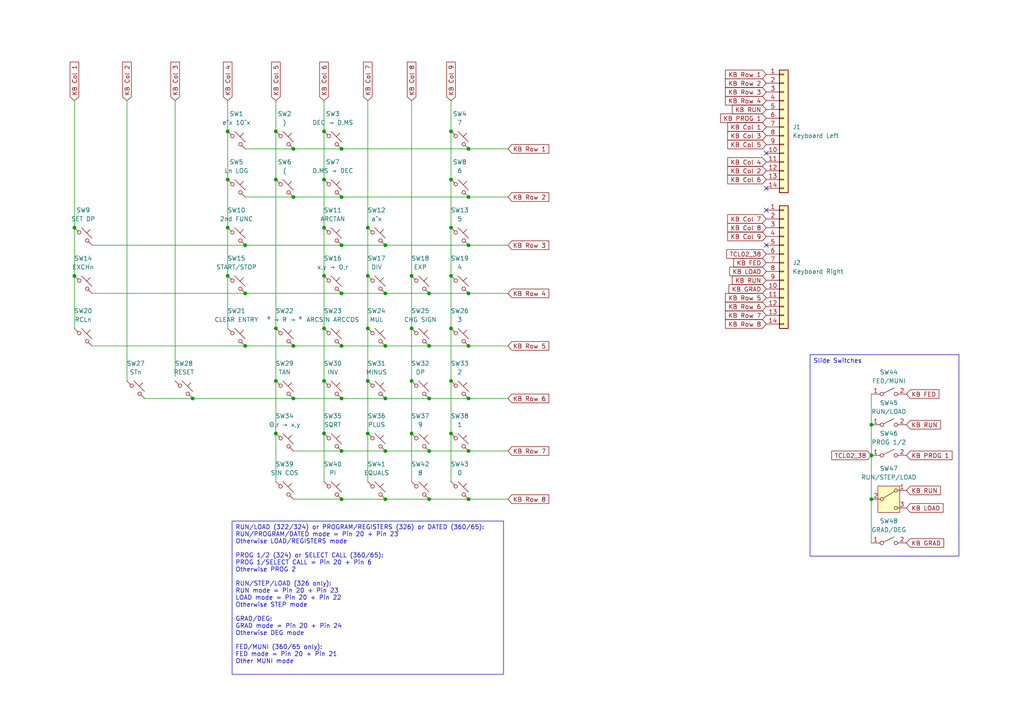
<source format=kicad_sch>
(kicad_sch (version 20250114) (generator "eeschema") (generator_version "9.0")
  (paper "A4")
  (title_block (title "Compucorp 300-Series Calculator Keyboard") (date "3/FEB/2026") (rev "WIP") (company "Brett Hallen"))
  (lib_symbols
    (symbol "Connector_Generic:Conn_01x14" (pin_names (offset 1.016) (hide yes))
      (property "Reference" "J" (at 0 17.78 0))
      (property "Value" "Conn_01x14" (at 0 -20.32 0))
      (symbol "Conn_01x14_1_1"
        (rectangle (start -1.27 16.51) (end 1.27 -19.05) (stroke (width 0.254)) (fill (type background)))
        (rectangle (start -1.27 15.367) (end 0 15.113) (stroke (width 0.1524)))
        (rectangle (start -1.27 12.827) (end 0 12.573) (stroke (width 0.1524)))
        (rectangle (start -1.27 10.287) (end 0 10.033) (stroke (width 0.1524)))
        (rectangle (start -1.27 7.747) (end 0 7.493) (stroke (width 0.1524)))
        (rectangle (start -1.27 5.207) (end 0 4.953) (stroke (width 0.1524)))
        (rectangle (start -1.27 2.667) (end 0 2.413) (stroke (width 0.1524)))
        (rectangle (start -1.27 0.127) (end 0 -0.127) (stroke (width 0.1524)))
        (rectangle (start -1.27 -2.413) (end 0 -2.667) (stroke (width 0.1524)))
        (rectangle (start -1.27 -4.953) (end 0 -5.207) (stroke (width 0.1524)))
        (rectangle (start -1.27 -7.493) (end 0 -7.747) (stroke (width 0.1524)))
        (rectangle (start -1.27 -10.033) (end 0 -10.287) (stroke (width 0.1524)))
        (rectangle (start -1.27 -12.573) (end 0 -12.827) (stroke (width 0.1524)))
        (rectangle (start -1.27 -15.113) (end 0 -15.367) (stroke (width 0.1524)))
        (rectangle (start -1.27 -17.653) (end 0 -17.907) (stroke (width 0.1524)))
        (pin passive line (at -5.08 15.24 0) (length 3.81) (name "Pin_1") (number "1"))
        (pin passive line (at -5.08 12.7 0) (length 3.81) (name "Pin_2") (number "2"))
        (pin passive line (at -5.08 10.16 0) (length 3.81) (name "Pin_3") (number "3"))
        (pin passive line (at -5.08 7.62 0) (length 3.81) (name "Pin_4") (number "4"))
        (pin passive line (at -5.08 5.08 0) (length 3.81) (name "Pin_5") (number "5"))
        (pin passive line (at -5.08 2.54 0) (length 3.81) (name "Pin_6") (number "6"))
        (pin passive line (at -5.08 0 0) (length 3.81) (name "Pin_7") (number "7"))
        (pin passive line (at -5.08 -2.54 0) (length 3.81) (name "Pin_8") (number "8"))
        (pin passive line (at -5.08 -5.08 0) (length 3.81) (name "Pin_9") (number "9"))
        (pin passive line (at -5.08 -7.62 0) (length 3.81) (name "Pin_10") (number "10"))
        (pin passive line (at -5.08 -10.16 0) (length 3.81) (name "Pin_11") (number "11"))
        (pin passive line (at -5.08 -12.7 0) (length 3.81) (name "Pin_12") (number "12"))
        (pin passive line (at -5.08 -15.24 0) (length 3.81) (name "Pin_13") (number "13"))
        (pin passive line (at -5.08 -17.78 0) (length 3.81) (name "Pin_14") (number "14"))
      )
    )
    (symbol "Switch:SW_Push_45deg" (pin_numbers (hide yes)) (pin_names (offset 1.016) (hide yes))
      (property "Reference" "SW" (at 3.048 1.016 0))
      (property "Value" "SW_Push_45deg" (at 0 -3.81 0))
      (symbol "SW_Push_45deg_0_1"
        (polyline (pts (xy -2.54 2.54) (xy -1.524 1.524) (xy -1.524 1.524)))
        (circle (center -1.1684 1.1684) (radius 0.508))
        (polyline (pts (xy -0.508 2.54) (xy 2.54 -0.508)))
        (polyline (pts (xy 1.016 1.016) (xy 2.032 2.032)))
        (circle (center 1.143 -1.1938) (radius 0.508))
        (polyline (pts (xy 1.524 -1.524) (xy 2.54 -2.54) (xy 2.54 -2.54) (xy 2.54 -2.54)))
        (pin passive line (at -2.54 2.54 0) (length 0) (name "1") (number "1"))
        (pin passive line (at 2.54 -2.54 180) (length 0) (name "2") (number "2"))
      )
    )
    (symbol "Switch:SW_SPDT" (pin_names (offset 0) (hide yes))
      (property "Reference" "SW" (at 0 5.08 0))
      (property "Value" "SW_SPDT" (at 0 -5.08 0))
      (symbol "SW_SPDT_0_1"
        (circle (center -2.032 0) (radius 0.4572))
        (polyline (pts (xy -1.651 0.254) (xy 1.651 2.286)))
        (circle (center 2.032 2.54) (radius 0.4572))
        (circle (center 2.032 -2.54) (radius 0.4572))
      )
      (symbol "SW_SPDT_1_1"
        (rectangle (start -3.175 3.81) (end 3.175 -3.81) (fill (type background)))
        (pin passive line (at -5.08 0 0) (length 2.54) (name "B") (number "2"))
        (pin passive line (at 5.08 2.54 180) (length 2.54) (name "A") (number "1"))
        (pin passive line (at 5.08 -2.54 180) (length 2.54) (name "C") (number "3"))
      )
    )
    (symbol "Switch:SW_SPST" (pin_names (offset 0) (hide yes))
      (property "Reference" "SW" (at 0 3.175 0))
      (property "Value" "SW_SPST" (at 0 -2.54 0))
      (symbol "SW_SPST_0_0"
        (circle (center -2.032 0) (radius 0.508))
        (polyline (pts (xy -1.524 0.254) (xy 1.524 1.778)))
        (circle (center 2.032 0) (radius 0.508))
      )
      (symbol "SW_SPST_1_1"
        (pin passive line (at -5.08 0 0) (length 2.54) (name "A") (number "1"))
        (pin passive line (at 5.08 0 180) (length 2.54) (name "B") (number "2"))
      )
    )
  )
  (text_box "Slide Switches" (at 234.95 102.87 0) (size 43.18 58.42) (margins 0.9525 0.9525 0.9525 0.9525) (effects (font (size 1.27 1.27)) (justify left top)))
  (text_box "RUN/LOAD (322/324) or PROGRAM/REGISTERS (326) or DATED (360/65): \nRUN/PROGRAM/DATED mode = Pin 20 + Pin 23\nOtherwise LOAD/REGISTERS mode\n\nPROG 1/2 (324) or SELECT CALL (360/65):\nPROG 1/SELECT CALL = Pin 20 + Pin 6\nOtherwise PROG 2\n\nRUN/STEP/LOAD (326 only):\nRUN mode = Pin 20 + Pin 23\nLOAD mode = Pin 20 + Pin 22\nOtherwise STEP mode\n\nGRAD/DEG:\nGRAD mode = Pin 20 + Pin 24\nOtherwise DEG mode\n\nFED/MUNI (360/65 only):\nFED mode = Pin 20 + Pin 21\nOther MUNI mode" (at 67.31 151.13 0) (size 78.74 44.45) (margins 0.9525 0.9525 0.9525 0.9525) (effects (font (size 1.27 1.27)) (justify left top)))
  (junction (at 106.68 95.25))
  (junction (at 85.09 57.15))
  (junction (at 135.89 100.33))
  (junction (at 106.68 125.73))
  (junction (at 93.98 66.04))
  (junction (at 135.89 43.18))
  (junction (at 66.04 66.04))
  (junction (at 85.09 100.33))
  (junction (at 80.01 52.07))
  (junction (at 55.88 115.57))
  (junction (at 135.89 115.57))
  (junction (at 135.89 130.81))
  (junction (at 135.89 85.09))
  (junction (at 80.01 125.73))
  (junction (at 93.98 80.01))
  (junction (at 99.06 130.81))
  (junction (at 106.68 80.01))
  (junction (at 99.06 43.18))
  (junction (at 85.09 115.57))
  (junction (at 252.73 144.78))
  (junction (at 80.01 95.25))
  (junction (at 93.98 95.25))
  (junction (at 119.38 80.01))
  (junction (at 93.98 52.07))
  (junction (at 106.68 110.49))
  (junction (at 111.76 100.33))
  (junction (at 99.06 144.78))
  (junction (at 66.04 52.07))
  (junction (at 130.81 110.49))
  (junction (at 252.73 123.19))
  (junction (at 119.38 125.73))
  (junction (at 93.98 38.1))
  (junction (at 21.59 66.04))
  (junction (at 135.89 144.78))
  (junction (at 106.68 66.04))
  (junction (at 80.01 38.1))
  (junction (at 93.98 125.73))
  (junction (at 66.04 80.01))
  (junction (at 71.12 71.12))
  (junction (at 130.81 125.73))
  (junction (at 124.46 144.78))
  (junction (at 21.59 80.01))
  (junction (at 111.76 71.12))
  (junction (at 130.81 80.01))
  (junction (at 111.76 85.09))
  (junction (at 99.06 71.12))
  (junction (at 99.06 100.33))
  (junction (at 130.81 38.1))
  (junction (at 130.81 95.25))
  (junction (at 124.46 130.81))
  (junction (at 99.06 57.15))
  (junction (at 124.46 100.33))
  (junction (at 119.38 95.25))
  (junction (at 111.76 130.81))
  (junction (at 71.12 85.09))
  (junction (at 99.06 115.57))
  (junction (at 71.12 100.33))
  (junction (at 85.09 43.18))
  (junction (at 135.89 71.12))
  (junction (at 130.81 66.04))
  (junction (at 99.06 85.09))
  (junction (at 111.76 144.78))
  (junction (at 66.04 38.1))
  (junction (at 130.81 52.07))
  (junction (at 111.76 115.57))
  (junction (at 93.98 110.49))
  (junction (at 124.46 85.09))
  (junction (at 80.01 110.49))
  (junction (at 252.73 132.08))
  (junction (at 119.38 110.49))
  (junction (at 135.89 57.15))
  (junction (at 124.46 115.57))
  (no_connect (at 222.25 71.12))
  (no_connect (at 222.25 54.61))
  (no_connect (at 222.25 60.96))
  (no_connect (at 222.25 44.45))
  (wire (pts (xy 93.98 125.73) (xy 93.98 139.7)))
  (wire (pts (xy 124.46 115.57) (xy 135.89 115.57)))
  (wire (pts (xy 119.38 29.21) (xy 119.38 80.01)))
  (wire (pts (xy 26.67 71.12) (xy 71.12 71.12)))
  (wire (pts (xy 93.98 29.21) (xy 93.98 38.1)))
  (wire (pts (xy 130.81 38.1) (xy 130.81 52.07)))
  (wire (pts (xy 99.06 130.81) (xy 111.76 130.81)))
  (wire (pts (xy 80.01 52.07) (xy 80.01 95.25)))
  (wire (pts (xy 130.81 80.01) (xy 130.81 95.25)))
  (wire (pts (xy 135.89 85.09) (xy 147.32 85.09)))
  (wire (pts (xy 80.01 29.21) (xy 80.01 38.1)))
  (wire (pts (xy 80.01 95.25) (xy 80.01 110.49)))
  (wire (pts (xy 124.46 130.81) (xy 135.89 130.81)))
  (wire (pts (xy 252.73 132.08) (xy 252.73 144.78)))
  (wire (pts (xy 106.68 95.25) (xy 106.68 110.49)))
  (wire (pts (xy 130.81 52.07) (xy 130.81 66.04)))
  (wire (pts (xy 106.68 80.01) (xy 106.68 95.25)))
  (wire (pts (xy 85.09 130.81) (xy 99.06 130.81)))
  (wire (pts (xy 80.01 125.73) (xy 80.01 139.7)))
  (wire (pts (xy 85.09 144.78) (xy 99.06 144.78)))
  (wire (pts (xy 99.06 85.09) (xy 111.76 85.09)))
  (wire (pts (xy 93.98 80.01) (xy 93.98 95.25)))
  (wire (pts (xy 85.09 57.15) (xy 99.06 57.15)))
  (wire (pts (xy 135.89 130.81) (xy 147.32 130.81)))
  (wire (pts (xy 111.76 130.81) (xy 124.46 130.81)))
  (wire (pts (xy 111.76 144.78) (xy 124.46 144.78)))
  (wire (pts (xy 252.73 144.78) (xy 252.73 157.48)))
  (wire (pts (xy 71.12 43.18) (xy 85.09 43.18)))
  (wire (pts (xy 99.06 144.78) (xy 111.76 144.78)))
  (wire (pts (xy 135.89 100.33) (xy 147.32 100.33)))
  (wire (pts (xy 135.89 115.57) (xy 147.32 115.57)))
  (wire (pts (xy 66.04 29.21) (xy 66.04 38.1)))
  (wire (pts (xy 111.76 100.33) (xy 124.46 100.33)))
  (wire (pts (xy 119.38 110.49) (xy 119.38 125.73)))
  (wire (pts (xy 21.59 66.04) (xy 21.59 80.01)))
  (wire (pts (xy 130.81 110.49) (xy 130.81 125.73)))
  (wire (pts (xy 135.89 43.18) (xy 147.32 43.18)))
  (wire (pts (xy 21.59 29.21) (xy 21.59 66.04)))
  (wire (pts (xy 124.46 144.78) (xy 135.89 144.78)))
  (wire (pts (xy 106.68 110.49) (xy 106.68 125.73)))
  (wire (pts (xy 130.81 66.04) (xy 130.81 80.01)))
  (wire (pts (xy 93.98 52.07) (xy 93.98 66.04)))
  (wire (pts (xy 111.76 115.57) (xy 124.46 115.57)))
  (wire (pts (xy 119.38 95.25) (xy 119.38 110.49)))
  (wire (pts (xy 93.98 38.1) (xy 93.98 52.07)))
  (wire (pts (xy 252.73 114.3) (xy 252.73 123.19)))
  (wire (pts (xy 130.81 125.73) (xy 130.81 139.7)))
  (wire (pts (xy 124.46 100.33) (xy 135.89 100.33)))
  (wire (pts (xy 55.88 115.57) (xy 85.09 115.57)))
  (wire (pts (xy 99.06 57.15) (xy 135.89 57.15)))
  (wire (pts (xy 80.01 110.49) (xy 80.01 125.73)))
  (wire (pts (xy 66.04 66.04) (xy 66.04 80.01)))
  (wire (pts (xy 26.67 85.09) (xy 71.12 85.09)))
  (wire (pts (xy 41.91 115.57) (xy 55.88 115.57)))
  (wire (pts (xy 111.76 71.12) (xy 135.89 71.12)))
  (wire (pts (xy 135.89 71.12) (xy 147.32 71.12)))
  (wire (pts (xy 26.67 100.33) (xy 71.12 100.33)))
  (wire (pts (xy 130.81 95.25) (xy 130.81 110.49)))
  (wire (pts (xy 71.12 100.33) (xy 85.09 100.33)))
  (wire (pts (xy 85.09 115.57) (xy 99.06 115.57)))
  (wire (pts (xy 106.68 29.21) (xy 106.68 66.04)))
  (wire (pts (xy 119.38 80.01) (xy 119.38 95.25)))
  (wire (pts (xy 93.98 110.49) (xy 93.98 125.73)))
  (wire (pts (xy 99.06 43.18) (xy 135.89 43.18)))
  (wire (pts (xy 106.68 125.73) (xy 106.68 139.7)))
  (wire (pts (xy 50.8 29.21) (xy 50.8 109.22)))
  (wire (pts (xy 71.12 85.09) (xy 99.06 85.09)))
  (wire (pts (xy 135.89 144.78) (xy 147.32 144.78)))
  (wire (pts (xy 71.12 71.12) (xy 99.06 71.12)))
  (wire (pts (xy 119.38 125.73) (xy 119.38 139.7)))
  (wire (pts (xy 93.98 95.25) (xy 93.98 110.49)))
  (wire (pts (xy 66.04 52.07) (xy 66.04 66.04)))
  (wire (pts (xy 135.89 57.15) (xy 147.32 57.15)))
  (wire (pts (xy 130.81 29.21) (xy 130.81 38.1)))
  (wire (pts (xy 111.76 85.09) (xy 124.46 85.09)))
  (wire (pts (xy 71.12 57.15) (xy 85.09 57.15)))
  (wire (pts (xy 106.68 66.04) (xy 106.68 80.01)))
  (wire (pts (xy 124.46 85.09) (xy 135.89 85.09)))
  (wire (pts (xy 80.01 38.1) (xy 80.01 52.07)))
  (wire (pts (xy 99.06 115.57) (xy 111.76 115.57)))
  (wire (pts (xy 66.04 38.1) (xy 66.04 52.07)))
  (wire (pts (xy 252.73 123.19) (xy 252.73 132.08)))
  (wire (pts (xy 66.04 80.01) (xy 66.04 95.25)))
  (wire (pts (xy 85.09 100.33) (xy 99.06 100.33)))
  (wire (pts (xy 36.83 29.21) (xy 36.83 110.49)))
  (wire (pts (xy 93.98 66.04) (xy 93.98 80.01)))
  (wire (pts (xy 85.09 43.18) (xy 99.06 43.18)))
  (wire (pts (xy 99.06 71.12) (xy 111.76 71.12)))
  (wire (pts (xy 21.59 80.01) (xy 21.59 95.25)))
  (wire (pts (xy 99.06 100.33) (xy 111.76 100.33)))
  (global_label "KB Row 6" (shape input) (at 222.25 88.9 180) (property "Intersheetrefs" "${INTERSHEET_REFS}" (effects (hide yes))))
  (global_label "KB Col 5" (shape input) (at 80.01 29.21 90) (property "Intersheetrefs" "${INTERSHEET_REFS}" (effects (hide yes))))
  (global_label "KB Row 8" (shape input) (at 147.32 144.78 0) (property "Intersheetrefs" "${INTERSHEET_REFS}" (effects (hide yes))))
  (global_label "KB Col 2" (shape input) (at 36.83 29.21 90) (property "Intersheetrefs" "${INTERSHEET_REFS}" (effects (hide yes))))
  (global_label "KB RUN" (shape input) (at 222.25 81.28 180) (property "Intersheetrefs" "${INTERSHEET_REFS}" (effects (hide yes))))
  (global_label "KB GRAD" (shape input) (at 222.25 83.82 180) (property "Intersheetrefs" "${INTERSHEET_REFS}" (effects (hide yes))))
  (global_label "KB Row 7" (shape input) (at 147.32 130.81 0) (property "Intersheetrefs" "${INTERSHEET_REFS}" (effects (hide yes))))
  (global_label "KB Row 8" (shape input) (at 222.25 93.98 180) (property "Intersheetrefs" "${INTERSHEET_REFS}" (effects (hide yes))))
  (global_label "KB Col 9" (shape input) (at 222.25 68.58 180) (property "Intersheetrefs" "${INTERSHEET_REFS}" (effects (hide yes))))
  (global_label "KB Col 7" (shape input) (at 222.25 63.5 180) (property "Intersheetrefs" "${INTERSHEET_REFS}" (effects (hide yes))))
  (global_label "KB Row 4" (shape input) (at 147.32 85.09 0) (property "Intersheetrefs" "${INTERSHEET_REFS}" (effects (hide yes))))
  (global_label "KB Row 4" (shape input) (at 222.25 29.21 180) (property "Intersheetrefs" "${INTERSHEET_REFS}" (effects (hide yes))))
  (global_label "TCL02_38" (shape input) (at 222.25 73.66 180) (property "Intersheetrefs" "${INTERSHEET_REFS}" (effects (hide yes))))
  (global_label "KB Col 3" (shape input) (at 50.8 29.21 90) (property "Intersheetrefs" "${INTERSHEET_REFS}" (effects (hide yes))))
  (global_label "KB LOAD" (shape input) (at 222.25 78.74 180) (property "Intersheetrefs" "${INTERSHEET_REFS}" (effects (hide yes))))
  (global_label "KB GRAD" (shape input) (at 262.89 157.48 0) (property "Intersheetrefs" "${INTERSHEET_REFS}" (effects (hide yes))))
  (global_label "KB RUN" (shape input) (at 262.89 142.24 0) (property "Intersheetrefs" "${INTERSHEET_REFS}" (effects (hide yes))))
  (global_label "KB Col 8" (shape input) (at 119.38 29.21 90) (property "Intersheetrefs" "${INTERSHEET_REFS}" (effects (hide yes))))
  (global_label "KB FED" (shape input) (at 262.89 114.3 0) (property "Intersheetrefs" "${INTERSHEET_REFS}" (effects (hide yes))))
  (global_label "KB Col 4" (shape input) (at 66.04 29.21 90) (property "Intersheetrefs" "${INTERSHEET_REFS}" (effects (hide yes))))
  (global_label "KB Row 3" (shape input) (at 222.25 26.67 180) (property "Intersheetrefs" "${INTERSHEET_REFS}" (effects (hide yes))))
  (global_label "KB Row 2" (shape input) (at 222.25 24.13 180) (property "Intersheetrefs" "${INTERSHEET_REFS}" (effects (hide yes))))
  (global_label "KB Row 1" (shape input) (at 222.25 21.59 180) (property "Intersheetrefs" "${INTERSHEET_REFS}" (effects (hide yes))))
  (global_label "KB Row 7" (shape input) (at 222.25 91.44 180) (property "Intersheetrefs" "${INTERSHEET_REFS}" (effects (hide yes))))
  (global_label "KB Col 1" (shape input) (at 21.59 29.21 90) (property "Intersheetrefs" "${INTERSHEET_REFS}" (effects (hide yes))))
  (global_label "KB Col 2" (shape input) (at 222.25 49.53 180) (property "Intersheetrefs" "${INTERSHEET_REFS}" (effects (hide yes))))
  (global_label "KB Row 2" (shape input) (at 147.32 57.15 0) (property "Intersheetrefs" "${INTERSHEET_REFS}" (effects (hide yes))))
  (global_label "KB Col 4" (shape input) (at 222.25 46.99 180) (property "Intersheetrefs" "${INTERSHEET_REFS}" (effects (hide yes))))
  (global_label "KB PROG 1" (shape input) (at 222.25 34.29 180) (property "Intersheetrefs" "${INTERSHEET_REFS}" (effects (hide yes))))
  (global_label "KB PROG 1" (shape input) (at 262.89 132.08 0) (property "Intersheetrefs" "${INTERSHEET_REFS}" (effects (hide yes))))
  (global_label "TCL02_38" (shape input) (at 252.73 132.08 180) (property "Intersheetrefs" "${INTERSHEET_REFS}" (effects (hide yes))))
  (global_label "KB Row 6" (shape input) (at 147.32 115.57 0) (property "Intersheetrefs" "${INTERSHEET_REFS}" (effects (hide yes))))
  (global_label "KB Col 5" (shape input) (at 222.25 41.91 180) (property "Intersheetrefs" "${INTERSHEET_REFS}" (effects (hide yes))))
  (global_label "KB Col 1" (shape input) (at 222.25 36.83 180) (property "Intersheetrefs" "${INTERSHEET_REFS}" (effects (hide yes))))
  (global_label "KB Row 3" (shape input) (at 147.32 71.12 0) (property "Intersheetrefs" "${INTERSHEET_REFS}" (effects (hide yes))))
  (global_label "KB RUN" (shape input) (at 262.89 123.19 0) (property "Intersheetrefs" "${INTERSHEET_REFS}" (effects (hide yes))))
  (global_label "KB Col 3" (shape input) (at 222.25 39.37 180) (property "Intersheetrefs" "${INTERSHEET_REFS}" (effects (hide yes))))
  (global_label "KB Col 9" (shape input) (at 130.81 29.21 90) (property "Intersheetrefs" "${INTERSHEET_REFS}" (effects (hide yes))))
  (global_label "KB LOAD" (shape input) (at 262.89 147.32 0) (property "Intersheetrefs" "${INTERSHEET_REFS}" (effects (hide yes))))
  (global_label "KB Row 1" (shape input) (at 147.32 43.18 0) (property "Intersheetrefs" "${INTERSHEET_REFS}" (effects (hide yes))))
  (global_label "KB RUN" (shape input) (at 222.25 31.75 180) (property "Intersheetrefs" "${INTERSHEET_REFS}" (effects (hide yes))))
  (global_label "KB Col 6" (shape input) (at 222.25 52.07 180) (property "Intersheetrefs" "${INTERSHEET_REFS}" (effects (hide yes))))
  (global_label "KB Col 7" (shape input) (at 106.68 29.21 90) (property "Intersheetrefs" "${INTERSHEET_REFS}" (effects (hide yes))))
  (global_label "KB Col 8" (shape input) (at 222.25 66.04 180) (property "Intersheetrefs" "${INTERSHEET_REFS}" (effects (hide yes))))
  (global_label "KB FED" (shape input) (at 222.25 76.2 180) (property "Intersheetrefs" "${INTERSHEET_REFS}" (effects (hide yes))))
  (global_label "KB Row 5" (shape input) (at 222.25 86.36 180) (property "Intersheetrefs" "${INTERSHEET_REFS}" (effects (hide yes))))
  (global_label "KB Col 6" (shape input) (at 93.98 29.21 90) (property "Intersheetrefs" "${INTERSHEET_REFS}" (effects (hide yes))))
  (global_label "KB Row 5" (shape input) (at 147.32 100.33 0) (property "Intersheetrefs" "${INTERSHEET_REFS}" (effects (hide yes))))
  (symbol (lib_id "Switch:SW_Push_45deg") (at 133.35 128.27 0) (unit 1)
    (property "Reference" "SW38" (at 133.35 120.65 0))
    (property "Value" "1" (at 133.35 123.19 0))
    (property "Footprint" "PCM_Switch_Keyboard_Cherry_MX:SW_Cherry_MX_PCB_1.00u" (effects (hide yes)))
    (property "Description" "Push button switch, normally open, two pins, 45° tilted" (effects (hide yes)))
  )
  (symbol (lib_id "Switch:SW_SPST") (at 257.81 123.19 0) (unit 1)
    (property "Reference" "SW45" (at 257.81 116.84 0))
    (property "Value" "RUN/LOAD" (at 257.81 119.38 0))
    (property "Footprint" "Clueless_Engineer:L101021MS02Q" (effects (hide yes)))
    (property "Description" "Single Pole Single Throw (SPST) switch" (effects (hide yes)))
  )
  (symbol (lib_id "Switch:SW_Push_45deg") (at 96.52 68.58 0) (unit 1)
    (property "Reference" "SW11" (at 96.52 60.96 0))
    (property "Value" "ARCTAN" (at 96.52 63.5 0))
    (property "Footprint" "PCM_Switch_Keyboard_Cherry_MX:SW_Cherry_MX_PCB_1.00u" (effects (hide yes)))
    (property "Description" "Push button switch, normally open, two pins, 45° tilted" (effects (hide yes)))
  )
  (symbol (lib_id "Switch:SW_Push_45deg") (at 96.52 128.27 0) (unit 1)
    (property "Reference" "SW35" (at 96.52 120.65 0))
    (property "Value" "SQRT" (at 96.52 123.19 0))
    (property "Footprint" "PCM_Switch_Keyboard_Cherry_MX:SW_Cherry_MX_PCB_1.00u" (effects (hide yes)))
    (property "Description" "Push button switch, normally open, two pins, 45° tilted" (effects (hide yes)))
  )
  (symbol (lib_id "Switch:SW_Push_45deg") (at 133.35 97.79 0) (unit 1)
    (property "Reference" "SW26" (at 133.35 90.17 0))
    (property "Value" "3" (at 133.35 92.71 0))
    (property "Footprint" "PCM_Switch_Keyboard_Cherry_MX:SW_Cherry_MX_PCB_1.00u" (effects (hide yes)))
    (property "Description" "Push button switch, normally open, two pins, 45° tilted" (effects (hide yes)))
  )
  (symbol (lib_id "Switch:SW_Push_45deg") (at 24.13 82.55 0) (unit 1)
    (property "Reference" "SW14" (at 24.13 74.93 0))
    (property "Value" "EXCHn" (at 24.13 77.47 0))
    (property "Footprint" "PCM_Switch_Keyboard_Cherry_MX:SW_Cherry_MX_PCB_1.00u" (effects (hide yes)))
    (property "Description" "Push button switch, normally open, two pins, 45° tilted" (effects (hide yes)))
  )
  (symbol (lib_id "Switch:SW_Push_45deg") (at 96.52 54.61 0) (unit 1)
    (property "Reference" "SW7" (at 96.52 46.99 0))
    (property "Value" "D.MS → DEC" (at 96.52 49.53 0))
    (property "Footprint" "PCM_Switch_Keyboard_Cherry_MX:SW_Cherry_MX_PCB_1.00u" (effects (hide yes)))
    (property "Description" "Push button switch, normally open, two pins, 45° tilted" (effects (hide yes)))
  )
  (symbol (lib_id "Switch:SW_Push_45deg") (at 24.13 68.58 0) (unit 1)
    (property "Reference" "SW9" (at 24.13 60.96 0))
    (property "Value" "SET DP" (at 24.13 63.5 0))
    (property "Footprint" "PCM_Switch_Keyboard_Cherry_MX:SW_Cherry_MX_PCB_1.00u" (effects (hide yes)))
    (property "Description" "Push button switch, normally open, two pins, 45° tilted" (effects (hide yes)))
  )
  (symbol (lib_id "Switch:SW_Push_45deg") (at 53.34 113.03 0) (unit 1)
    (property "Reference" "SW28" (at 53.34 105.41 0))
    (property "Value" "RESET" (at 53.34 107.95 0))
    (property "Footprint" "PCM_Switch_Keyboard_Cherry_MX:SW_Cherry_MX_PCB_1.00u" (effects (hide yes)))
    (property "Description" "Push button switch, normally open, two pins, 45° tilted" (effects (hide yes)))
  )
  (symbol (lib_id "Switch:SW_Push_45deg") (at 68.58 68.58 0) (unit 1)
    (property "Reference" "SW10" (at 68.58 60.96 0))
    (property "Value" "2nd FUNC" (at 68.58 63.5 0))
    (property "Footprint" "PCM_Switch_Keyboard_Cherry_MX:SW_Cherry_MX_PCB_1.00u" (effects (hide yes)))
    (property "Description" "Push button switch, normally open, two pins, 45° tilted" (effects (hide yes)))
  )
  (symbol (lib_id "Switch:SW_Push_45deg") (at 96.52 113.03 0) (unit 1)
    (property "Reference" "SW30" (at 96.52 105.41 0))
    (property "Value" "INV" (at 96.52 107.95 0))
    (property "Footprint" "PCM_Switch_Keyboard_Cherry_MX:SW_Cherry_MX_PCB_1.00u" (effects (hide yes)))
    (property "Description" "Push button switch, normally open, two pins, 45° tilted" (effects (hide yes)))
  )
  (symbol (lib_id "Switch:SW_Push_45deg") (at 109.22 68.58 0) (unit 1)
    (property "Reference" "SW12" (at 109.22 60.96 0))
    (property "Value" "a^x" (at 109.22 63.5 0))
    (property "Footprint" "PCM_Switch_Keyboard_Cherry_MX:SW_Cherry_MX_PCB_1.00u" (effects (hide yes)))
    (property "Description" "Push button switch, normally open, two pins, 45° tilted" (effects (hide yes)))
  )
  (symbol (lib_id "Switch:SW_Push_45deg") (at 133.35 68.58 0) (unit 1)
    (property "Reference" "SW13" (at 133.35 60.96 0))
    (property "Value" "5" (at 133.35 63.5 0))
    (property "Footprint" "PCM_Switch_Keyboard_Cherry_MX:SW_Cherry_MX_PCB_1.00u" (effects (hide yes)))
    (property "Description" "Push button switch, normally open, two pins, 45° tilted" (effects (hide yes)))
  )
  (symbol (lib_id "Switch:SW_Push_45deg") (at 121.92 142.24 0) (unit 1)
    (property "Reference" "SW42" (at 121.92 134.62 0))
    (property "Value" "8" (at 121.92 137.16 0))
    (property "Footprint" "PCM_Switch_Keyboard_Cherry_MX:SW_Cherry_MX_PCB_1.00u" (effects (hide yes)))
    (property "Description" "Push button switch, normally open, two pins, 45° tilted" (effects (hide yes)))
  )
  (symbol (lib_id "Connector_Generic:Conn_01x14") (at 227.33 76.2 0) (unit 1)
    (property "Reference" "J2" (at 229.87 76.1999 0) (effects (justify left)))
    (property "Value" "Keyboard Right" (at 229.87 78.7399 0) (effects (justify left)))
    (property "Footprint" "Connector_PinHeader_2.54mm:PinHeader_1x14_P2.54mm_Vertical" (effects (hide yes)))
    (property "Description" "Generic connector, single row, 01x14, script generated (kicad-library-utils/schlib/autogen/connector/)" (effects (hide yes)))
  )
  (symbol (lib_id "Switch:SW_SPST") (at 257.81 132.08 0) (unit 1)
    (property "Reference" "SW46" (at 257.81 125.73 0))
    (property "Value" "PROG 1/2" (at 257.81 128.27 0))
    (property "Footprint" "Clueless_Engineer:L101021MS02Q" (effects (hide yes)))
    (property "Description" "Single Pole Single Throw (SPST) switch" (effects (hide yes)))
  )
  (symbol (lib_id "Switch:SW_Push_45deg") (at 24.13 97.79 0) (unit 1)
    (property "Reference" "SW20" (at 24.13 90.17 0))
    (property "Value" "RCLn" (at 24.13 92.71 0))
    (property "Footprint" "PCM_Switch_Keyboard_Cherry_MX:SW_Cherry_MX_PCB_1.00u" (effects (hide yes)))
    (property "Description" "Push button switch, normally open, two pins, 45° tilted" (effects (hide yes)))
  )
  (symbol (lib_id "Switch:SW_Push_45deg") (at 82.55 54.61 0) (unit 1)
    (property "Reference" "SW6" (at 82.55 46.99 0))
    (property "Value" "(" (at 82.55 49.53 0))
    (property "Footprint" "PCM_Switch_Keyboard_Cherry_MX:SW_Cherry_MX_PCB_1.00u" (effects (hide yes)))
    (property "Description" "Push button switch, normally open, two pins, 45° tilted" (effects (hide yes)))
  )
  (symbol (lib_id "Switch:SW_Push_45deg") (at 96.52 82.55 0) (unit 1)
    (property "Reference" "SW16" (at 96.52 74.93 0))
    (property "Value" "x,y → Θ,r" (at 96.52 77.47 0))
    (property "Footprint" "PCM_Switch_Keyboard_Cherry_MX:SW_Cherry_MX_PCB_1.00u" (effects (hide yes)))
    (property "Description" "Push button switch, normally open, two pins, 45° tilted" (effects (hide yes)))
  )
  (symbol (lib_id "Switch:SW_Push_45deg") (at 109.22 82.55 0) (unit 1)
    (property "Reference" "SW17" (at 109.22 74.93 0))
    (property "Value" "DIV" (at 109.22 77.47 0))
    (property "Footprint" "PCM_Switch_Keyboard_Cherry_MX:SW_Cherry_MX_PCB_1.00u" (effects (hide yes)))
    (property "Description" "Push button switch, normally open, two pins, 45° tilted" (effects (hide yes)))
  )
  (symbol (lib_id "Switch:SW_Push_45deg") (at 82.55 128.27 0) (unit 1)
    (property "Reference" "SW34" (at 82.55 120.65 0))
    (property "Value" "Θ,r → x,y" (at 82.55 123.19 0))
    (property "Footprint" "PCM_Switch_Keyboard_Cherry_MX:SW_Cherry_MX_PCB_1.00u" (effects (hide yes)))
    (property "Description" "Push button switch, normally open, two pins, 45° tilted" (effects (hide yes)))
  )
  (symbol (lib_id "Switch:SW_SPDT") (at 257.81 144.78 0) (unit 1)
    (property "Reference" "SW47" (at 257.81 135.89 0))
    (property "Value" "RUN/STEP/LOAD" (at 257.81 138.43 0))
    (property "Footprint" "Clueless_Engineer:L101021MS02Q" (effects (hide yes)))
    (property "Description" "Switch, single pole double throw" (effects (hide yes)))
  )
  (symbol (lib_id "Connector_Generic:Conn_01x14") (at 227.33 36.83 0) (unit 1)
    (property "Reference" "J1" (at 229.87 36.8299 0) (effects (justify left)))
    (property "Value" "Keyboard Left" (at 229.87 39.3699 0) (effects (justify left)))
    (property "Footprint" "Connector_PinHeader_2.54mm:PinHeader_1x14_P2.54mm_Vertical" (effects (hide yes)))
    (property "Description" "Generic connector, single row, 01x14, script generated (kicad-library-utils/schlib/autogen/connector/)" (effects (hide yes)))
  )
  (symbol (lib_id "Switch:SW_Push_45deg") (at 133.35 40.64 0) (unit 1)
    (property "Reference" "SW4" (at 133.35 33.02 0))
    (property "Value" "7" (at 133.35 35.56 0))
    (property "Footprint" "PCM_Switch_Keyboard_Cherry_MX:SW_Cherry_MX_PCB_1.00u" (effects (hide yes)))
    (property "Description" "Push button switch, normally open, two pins, 45° tilted" (effects (hide yes)))
  )
  (symbol (lib_id "Switch:SW_Push_45deg") (at 133.35 142.24 0) (unit 1)
    (property "Reference" "SW43" (at 133.35 134.62 0))
    (property "Value" "0" (at 133.35 137.16 0))
    (property "Footprint" "PCM_Switch_Keyboard_Cherry_MX:SW_Cherry_MX_PCB_1.00u" (effects (hide yes)))
    (property "Description" "Push button switch, normally open, two pins, 45° tilted" (effects (hide yes)))
  )
  (symbol (lib_id "Switch:SW_SPST") (at 257.81 157.48 0) (unit 1)
    (property "Reference" "SW48" (at 257.81 151.13 0))
    (property "Value" "GRAD/DEG" (at 257.81 153.67 0))
    (property "Footprint" "Clueless_Engineer:L101021MS02Q" (effects (hide yes)))
    (property "Description" "Single Pole Single Throw (SPST) switch" (effects (hide yes)))
  )
  (symbol (lib_id "Switch:SW_SPST") (at 257.81 114.3 0) (unit 1)
    (property "Reference" "SW44" (at 257.81 107.95 0))
    (property "Value" "FED/MUNI" (at 257.81 110.49 0))
    (property "Footprint" "Clueless_Engineer:L101021MS02Q" (effects (hide yes)))
    (property "Description" "Single Pole Single Throw (SPST) switch" (effects (hide yes)))
  )
  (symbol (lib_id "Switch:SW_Push_45deg") (at 109.22 128.27 0) (unit 1)
    (property "Reference" "SW36" (at 109.22 120.65 0))
    (property "Value" "PLUS" (at 109.22 123.19 0))
    (property "Footprint" "PCM_Switch_Keyboard_Cherry_MX:SW_Cherry_MX_PCB_1.00u" (effects (hide yes)))
    (property "Description" "Push button switch, normally open, two pins, 45° tilted" (effects (hide yes)))
  )
  (symbol (lib_id "Switch:SW_Push_45deg") (at 68.58 54.61 0) (unit 1)
    (property "Reference" "SW5" (at 68.58 46.99 0))
    (property "Value" "Ln LOG" (at 68.58 49.53 0))
    (property "Footprint" "PCM_Switch_Keyboard_Cherry_MX:SW_Cherry_MX_PCB_1.00u" (effects (hide yes)))
    (property "Description" "Push button switch, normally open, two pins, 45° tilted" (effects (hide yes)))
  )
  (symbol (lib_id "Switch:SW_Push_45deg") (at 96.52 40.64 0) (unit 1)
    (property "Reference" "SW3" (at 96.52 33.02 0))
    (property "Value" "DEC → D.MS" (at 96.52 35.56 0))
    (property "Footprint" "PCM_Switch_Keyboard_Cherry_MX:SW_Cherry_MX_PCB_1.00u" (effects (hide yes)))
    (property "Description" "Push button switch, normally open, two pins, 45° tilted" (effects (hide yes)))
  )
  (symbol (lib_id "Switch:SW_Push_45deg") (at 68.58 40.64 0) (unit 1)
    (property "Reference" "SW1" (at 68.58 33.02 0))
    (property "Value" "e^x 10^x" (at 68.58 35.56 0))
    (property "Footprint" "PCM_Switch_Keyboard_Cherry_MX:SW_Cherry_MX_PCB_1.00u" (effects (hide yes)))
    (property "Description" "Push button switch, normally open, two pins, 45° tilted" (effects (hide yes)))
  )
  (symbol (lib_id "Switch:SW_Push_45deg") (at 68.58 97.79 0) (unit 1)
    (property "Reference" "SW21" (at 68.58 90.17 0))
    (property "Value" "CLEAR ENTRY" (at 68.58 92.71 0))
    (property "Footprint" "PCM_Switch_Keyboard_Cherry_MX:SW_Cherry_MX_PCB_1.00u" (effects (hide yes)))
    (property "Description" "Push button switch, normally open, two pins, 45° tilted" (effects (hide yes)))
  )
  (symbol (lib_id "Switch:SW_Push_45deg") (at 121.92 113.03 0) (unit 1)
    (property "Reference" "SW32" (at 121.92 105.41 0))
    (property "Value" "DP" (at 121.92 107.95 0))
    (property "Footprint" "PCM_Switch_Keyboard_Cherry_MX:SW_Cherry_MX_PCB_1.00u" (effects (hide yes)))
    (property "Description" "Push button switch, normally open, two pins, 45° tilted" (effects (hide yes)))
  )
  (symbol (lib_id "Switch:SW_Push_45deg") (at 121.92 82.55 0) (unit 1)
    (property "Reference" "SW18" (at 121.92 74.93 0))
    (property "Value" "EXP" (at 121.92 77.47 0))
    (property "Footprint" "PCM_Switch_Keyboard_Cherry_MX:SW_Cherry_MX_PCB_1.00u" (effects (hide yes)))
    (property "Description" "Push button switch, normally open, two pins, 45° tilted" (effects (hide yes)))
  )
  (symbol (lib_id "Switch:SW_Push_45deg") (at 68.58 82.55 0) (unit 1)
    (property "Reference" "SW15" (at 68.58 74.93 0))
    (property "Value" "START/STOP" (at 68.58 77.47 0))
    (property "Footprint" "PCM_Switch_Keyboard_Cherry_MX:SW_Cherry_MX_PCB_1.00u" (effects (hide yes)))
    (property "Description" "Push button switch, normally open, two pins, 45° tilted" (effects (hide yes)))
  )
  (symbol (lib_id "Switch:SW_Push_45deg") (at 121.92 97.79 0) (unit 1)
    (property "Reference" "SW25" (at 121.92 90.17 0))
    (property "Value" "CHG SIGN" (at 121.92 92.71 0))
    (property "Footprint" "PCM_Switch_Keyboard_Cherry_MX:SW_Cherry_MX_PCB_1.00u" (effects (hide yes)))
    (property "Description" "Push button switch, normally open, two pins, 45° tilted" (effects (hide yes)))
  )
  (symbol (lib_id "Switch:SW_Push_45deg") (at 109.22 113.03 0) (unit 1)
    (property "Reference" "SW31" (at 109.22 105.41 0))
    (property "Value" "MINUS" (at 109.22 107.95 0))
    (property "Footprint" "PCM_Switch_Keyboard_Cherry_MX:SW_Cherry_MX_PCB_1.00u" (effects (hide yes)))
    (property "Description" "Push button switch, normally open, two pins, 45° tilted" (effects (hide yes)))
  )
  (symbol (lib_id "Switch:SW_Push_45deg") (at 121.92 128.27 0) (unit 1)
    (property "Reference" "SW37" (at 121.92 120.65 0))
    (property "Value" "9" (at 121.92 123.19 0))
    (property "Footprint" "PCM_Switch_Keyboard_Cherry_MX:SW_Cherry_MX_PCB_1.00u" (effects (hide yes)))
    (property "Description" "Push button switch, normally open, two pins, 45° tilted" (effects (hide yes)))
  )
  (symbol (lib_id "Switch:SW_Push_45deg") (at 82.55 142.24 0) (unit 1)
    (property "Reference" "SW39" (at 82.55 134.62 0))
    (property "Value" "SIN COS" (at 82.55 137.16 0))
    (property "Footprint" "PCM_Switch_Keyboard_Cherry_MX:SW_Cherry_MX_PCB_1.00u" (effects (hide yes)))
    (property "Description" "Push button switch, normally open, two pins, 45° tilted" (effects (hide yes)))
  )
  (symbol (lib_id "Switch:SW_Push_45deg") (at 133.35 82.55 0) (unit 1)
    (property "Reference" "SW19" (at 133.35 74.93 0))
    (property "Value" "4" (at 133.35 77.47 0))
    (property "Footprint" "PCM_Switch_Keyboard_Cherry_MX:SW_Cherry_MX_PCB_1.00u" (effects (hide yes)))
    (property "Description" "Push button switch, normally open, two pins, 45° tilted" (effects (hide yes)))
  )
  (symbol (lib_id "Switch:SW_Push_45deg") (at 109.22 97.79 0) (unit 1)
    (property "Reference" "SW24" (at 109.22 90.17 0))
    (property "Value" "MUL" (at 109.22 92.71 0))
    (property "Footprint" "PCM_Switch_Keyboard_Cherry_MX:SW_Cherry_MX_PCB_1.00u" (effects (hide yes)))
    (property "Description" "Push button switch, normally open, two pins, 45° tilted" (effects (hide yes)))
  )
  (symbol (lib_id "Switch:SW_Push_45deg") (at 133.35 113.03 0) (unit 1)
    (property "Reference" "SW33" (at 133.35 105.41 0))
    (property "Value" "2" (at 133.35 107.95 0))
    (property "Footprint" "PCM_Switch_Keyboard_Cherry_MX:SW_Cherry_MX_PCB_1.00u" (effects (hide yes)))
    (property "Description" "Push button switch, normally open, two pins, 45° tilted" (effects (hide yes)))
  )
  (symbol (lib_id "Switch:SW_Push_45deg") (at 133.35 54.61 0) (unit 1)
    (property "Reference" "SW8" (at 133.35 46.99 0))
    (property "Value" "6" (at 133.35 49.53 0))
    (property "Footprint" "PCM_Switch_Keyboard_Cherry_MX:SW_Cherry_MX_PCB_1.00u" (effects (hide yes)))
    (property "Description" "Push button switch, normally open, two pins, 45° tilted" (effects (hide yes)))
  )
  (symbol (lib_id "Switch:SW_Push_45deg") (at 82.55 97.79 0) (unit 1)
    (property "Reference" "SW22" (at 82.55 90.17 0))
    (property "Value" "º → R → º" (at 82.55 92.71 0))
    (property "Footprint" "PCM_Switch_Keyboard_Cherry_MX:SW_Cherry_MX_PCB_1.00u" (effects (hide yes)))
    (property "Description" "Push button switch, normally open, two pins, 45° tilted" (effects (hide yes)))
  )
  (symbol (lib_id "Switch:SW_Push_45deg") (at 96.52 97.79 0) (unit 1)
    (property "Reference" "SW23" (at 96.52 90.17 0))
    (property "Value" "ARCSIN ARCCOS" (at 96.52 92.71 0))
    (property "Footprint" "PCM_Switch_Keyboard_Cherry_MX:SW_Cherry_MX_PCB_1.00u" (effects (hide yes)))
    (property "Description" "Push button switch, normally open, two pins, 45° tilted" (effects (hide yes)))
  )
  (symbol (lib_id "Switch:SW_Push_45deg") (at 96.52 142.24 0) (unit 1)
    (property "Reference" "SW40" (at 96.52 134.62 0))
    (property "Value" "PI" (at 96.52 137.16 0))
    (property "Footprint" "PCM_Switch_Keyboard_Cherry_MX:SW_Cherry_MX_PCB_1.00u" (effects (hide yes)))
    (property "Description" "Push button switch, normally open, two pins, 45° tilted" (effects (hide yes)))
  )
  (symbol (lib_id "Switch:SW_Push_45deg") (at 82.55 40.64 0) (unit 1)
    (property "Reference" "SW2" (at 82.55 33.02 0))
    (property "Value" ")" (at 82.55 35.56 0))
    (property "Footprint" "PCM_Switch_Keyboard_Cherry_MX:SW_Cherry_MX_PCB_1.00u" (effects (hide yes)))
    (property "Description" "Push button switch, normally open, two pins, 45° tilted" (effects (hide yes)))
  )
  (symbol (lib_id "Switch:SW_Push_45deg") (at 109.22 142.24 0) (unit 1)
    (property "Reference" "SW41" (at 109.22 134.62 0))
    (property "Value" "EQUALS" (at 109.22 137.16 0))
    (property "Footprint" "PCM_Switch_Keyboard_Cherry_MX:SW_Cherry_MX_PCB_1.00u" (effects (hide yes)))
    (property "Description" "Push button switch, normally open, two pins, 45° tilted" (effects (hide yes)))
  )
  (symbol (lib_id "Switch:SW_Push_45deg") (at 39.37 113.03 0) (unit 1)
    (property "Reference" "SW27" (at 39.37 105.41 0))
    (property "Value" "STn" (at 39.37 107.95 0))
    (property "Footprint" "PCM_Switch_Keyboard_Cherry_MX:SW_Cherry_MX_PCB_1.00u" (effects (hide yes)))
    (property "Description" "Push button switch, normally open, two pins, 45° tilted" (effects (hide yes)))
  )
  (symbol (lib_id "Switch:SW_Push_45deg") (at 82.55 113.03 0) (unit 1)
    (property "Reference" "SW29" (at 82.55 105.41 0))
    (property "Value" "TAN" (at 82.55 107.95 0))
    (property "Footprint" "PCM_Switch_Keyboard_Cherry_MX:SW_Cherry_MX_PCB_1.00u" (effects (hide yes)))
    (property "Description" "Push button switch, normally open, two pins, 45° tilted" (effects (hide yes)))
  )
)
</source>
